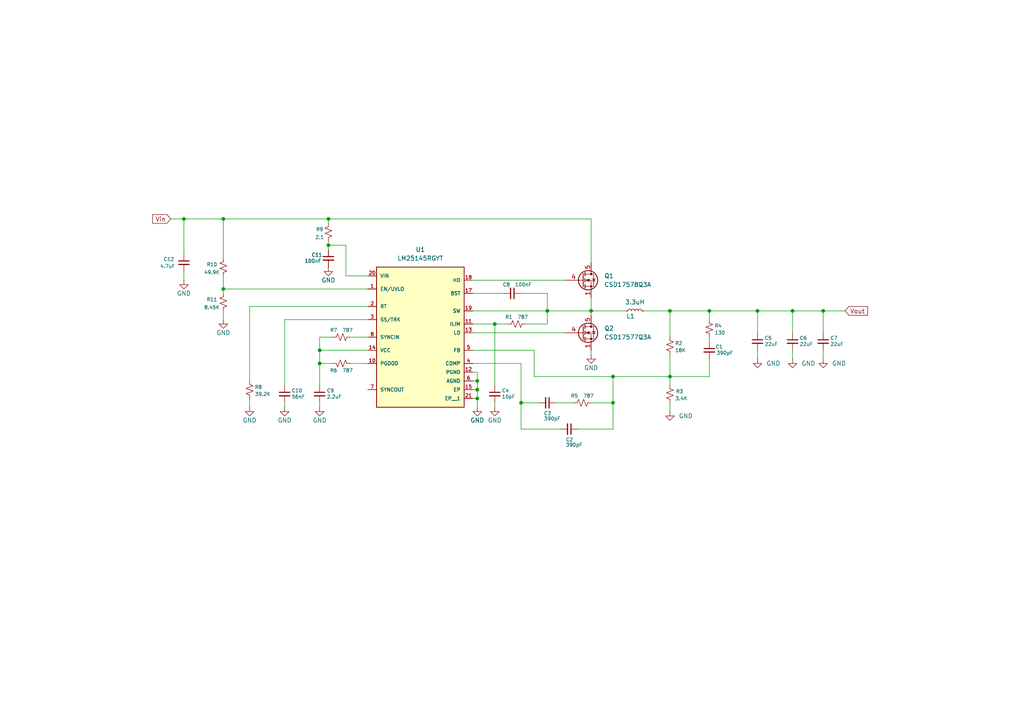
<source format=kicad_sch>
(kicad_sch (version 20250114) (generator "eeschema") (generator_version "9.0")
  (paper "A4")
  (lib_symbols
    (symbol "Device:C_Small" (pin_numbers (hide yes)) (pin_names (offset 0.254) (hide yes))
      (property "Reference" "C" (at 0.254 1.778 0))
      (property "Value" "C_Small" (at 0.254 -2.032 0))
      (symbol "C_Small_0_1"
        (polyline (pts (xy -1.524 0.508) (xy 1.524 0.508)) (stroke (width 0.3048)))
        (polyline (pts (xy -1.524 -0.508) (xy 1.524 -0.508)) (stroke (width 0.3302)))
      )
      (symbol "C_Small_1_1"
        (pin passive line (at 0 2.54 270) (length 2.032) (name "~") (number "1"))
        (pin passive line (at 0 -2.54 90) (length 2.032) (name "~") (number "2"))
      )
    )
    (symbol "Device:L_Small" (pin_numbers (hide yes)) (pin_names (offset 0.254) (hide yes))
      (property "Reference" "L" (at 0.762 1.016 0))
      (property "Value" "L_Small" (at 0.762 -1.016 0))
      (symbol "L_Small_0_1"
        (arc (start 0 2.032) (mid 0.5058 1.524) (end 0 1.016))
        (arc (start 0 1.016) (mid 0.5058 0.508) (end 0 0))
        (arc (start 0 0) (mid 0.5058 -0.508) (end 0 -1.016))
        (arc (start 0 -1.016) (mid 0.5058 -1.524) (end 0 -2.032))
      )
      (symbol "L_Small_1_1"
        (pin passive line (at 0 2.54 270) (length 0.508) (name "~") (number "1"))
        (pin passive line (at 0 -2.54 90) (length 0.508) (name "~") (number "2"))
      )
    )
    (symbol "Device:R_Small_US" (pin_numbers (hide yes)) (pin_names (offset 0.254) (hide yes))
      (property "Reference" "R" (at 0.762 0.508 0))
      (property "Value" "R_Small_US" (at 0.762 -1.016 0))
      (symbol "R_Small_US_1_1"
        (polyline (pts (xy 0 1.524) (xy 1.016 1.143) (xy 0 0.762) (xy -1.016 0.381) (xy 0 0)))
        (polyline (pts (xy 0 0) (xy 1.016 -0.381) (xy 0 -0.762) (xy -1.016 -1.143) (xy 0 -1.524)))
        (pin passive line (at 0 2.54 270) (length 1.016) (name "~") (number "1"))
        (pin passive line (at 0 -2.54 90) (length 1.016) (name "~") (number "2"))
      )
    )
    (symbol "MySymbols:LM25145RGYT" (pin_names (offset 1.016))
      (property "Reference" "U" (at -12.7148 18.3093 0))
      (property "Value" "LM25145RGYT" (at -5.842 15.24 0))
      (symbol "LM25145RGYT_0_0"
        (rectangle (start -12.7 -22.86) (end 12.7 17.78) (stroke (width 0.254)) (fill (type background)))
        (pin power_in line (at -15.24 15.24 0) (length 2.54) (name "VIN") (number "20"))
        (pin input line (at -15.24 11.43 0) (length 2.54) (name "EN/UVLO") (number "1"))
        (pin input line (at -15.24 6.35 0) (length 2.54) (name "RT") (number "2"))
        (pin input line (at -15.24 2.54 0) (length 2.54) (name "SS/TRK") (number "3"))
        (pin input line (at -15.24 -2.54 0) (length 2.54) (name "SYNCIN") (number "8"))
        (pin power_in line (at -15.24 -6.35 0) (length 2.54) (name "VCC") (number "14"))
        (pin output line (at -15.24 -10.16 0) (length 2.54) (name "PGOOD") (number "10"))
        (pin output line (at -15.24 -17.78 0) (length 2.54) (name "SYNCOUT") (number "7"))
        (pin power_in line (at 15.24 13.97 180) (length 2.54) (name "HO") (number "18"))
        (pin output line (at 15.24 10.16 180) (length 2.54) (name "BST") (number "17"))
        (pin power_in line (at 15.24 5.08 180) (length 2.54) (name "SW") (number "19"))
        (pin input line (at 15.24 1.27 180) (length 2.54) (name "ILIM") (number "11"))
        (pin power_in line (at 15.24 -1.27 180) (length 2.54) (name "LO") (number "13"))
        (pin input line (at 15.24 -6.35 180) (length 2.54) (name "FB") (number "5"))
        (pin output line (at 15.24 -10.16 180) (length 2.54) (name "COMP") (number "4"))
        (pin power_in line (at 15.24 -12.7 180) (length 2.54) (name "PGND") (number "12"))
        (pin power_in line (at 15.24 -15.24 180) (length 2.54) (name "AGND") (number "6"))
        (pin power_in line (at 15.24 -17.78 180) (length 2.54) (name "EP") (number "15"))
        (pin power_in line (at 15.24 -20.32 180) (length 2.54) (name "EP__1") (number "21"))
      )
    )
    (symbol "MySymbols:Q_NMOS_SSSGD_AvalancheRated" (pin_names (offset 0) (hide yes))
      (property "Reference" "Q" (at 5.08 1.905 0))
      (property "Value" "Q_NMOS_SSSGD_AvalancheRated" (at 5.08 0 0))
      (symbol "Q_NMOS_SSSGD_AvalancheRated_0_1"
        (polyline (pts (xy 0.254 1.905) (xy 0.254 -1.905)) (stroke (width 0.254)))
        (polyline (pts (xy 0.254 0) (xy -2.54 0)))
        (polyline (pts (xy 0.762 2.286) (xy 0.762 1.27)) (stroke (width 0.254)))
        (polyline (pts (xy 0.762 0.508) (xy 0.762 -0.508)) (stroke (width 0.254)))
        (polyline (pts (xy 0.762 -1.27) (xy 0.762 -2.286)) (stroke (width 0.254)))
        (polyline (pts (xy 0.762 -1.778) (xy 3.302 -1.778) (xy 3.302 1.778) (xy 0.762 1.778)))
        (polyline (pts (xy 1.016 0) (xy 2.032 0.381) (xy 2.032 -0.381) (xy 1.016 0)) (fill (type outline)))
        (circle (center 1.651 0) (radius 2.794) (stroke (width 0.254)))
        (polyline (pts (xy 2.54 2.54) (xy 2.54 1.778)))
        (circle (center 2.54 1.778) (radius 0.254) (fill (type outline)))
        (circle (center 2.54 -1.778) (radius 0.254) (fill (type outline)))
        (polyline (pts (xy 2.54 -2.54) (xy 2.54 0) (xy 0.762 0)))
        (polyline (pts (xy 2.794 0.508) (xy 2.921 0.381) (xy 3.683 0.381) (xy 3.81 0.254)))
        (polyline (pts (xy 3.302 0.381) (xy 2.921 -0.254) (xy 3.683 -0.254) (xy 3.302 0.381)))
      )
      (symbol "Q_NMOS_SSSGD_AvalancheRated_1_1"
        (pin input line (at -5.08 0 0) (length 5.08) (name "G") (number "4"))
        (pin passive line (at 2.54 5.08 270) (length 2.54) (name "D") (number "5"))
        (pin passive line (at 2.54 -5.08 90) (length 2.54) (name "S") (number "1"))
      )
    )
    (symbol "power:GND" (power) (pin_numbers (hide yes)) (pin_names (offset 0) (hide yes))
      (property "Value" "GND" (at 0 -3.81 0))
      (symbol "GND_0_1"
        (polyline (pts (xy 0 0) (xy 0 -1.27) (xy 1.27 -1.27) (xy 0 -2.54) (xy -1.27 -1.27) (xy 0 -1.27)))
      )
      (symbol "GND_1_1"
        (pin power_in line (at 0 0 270) (length 0) (name "~") (number "1"))
      )
    )
  )
  (junction (at 64.77 83.82))
  (junction (at 138.43 113.03))
  (junction (at 92.71 101.6))
  (junction (at 138.43 110.49))
  (junction (at 53.34 63.5))
  (junction (at 64.77 63.5))
  (junction (at 205.74 90.17))
  (junction (at 143.51 93.98))
  (junction (at 171.45 90.17))
  (junction (at 95.25 71.12))
  (junction (at 177.8 116.84))
  (junction (at 229.87 90.17))
  (junction (at 151.13 116.84))
  (junction (at 158.75 90.17))
  (junction (at 138.43 115.57))
  (junction (at 238.76 90.17))
  (junction (at 194.31 109.22))
  (junction (at 95.25 63.5))
  (junction (at 177.8 109.22))
  (junction (at 194.31 90.17))
  (junction (at 219.71 90.17))
  (junction (at 92.71 105.41))
  (wire (pts (xy 82.55 111.76) (xy 82.55 92.71)))
  (wire (pts (xy 95.25 71.12) (xy 95.25 72.39)))
  (wire (pts (xy 100.33 80.01) (xy 106.68 80.01)))
  (wire (pts (xy 137.16 110.49) (xy 138.43 110.49)))
  (wire (pts (xy 194.31 102.87) (xy 194.31 109.22)))
  (wire (pts (xy 158.75 90.17) (xy 171.45 90.17)))
  (wire (pts (xy 177.8 109.22) (xy 194.31 109.22)))
  (wire (pts (xy 101.6 97.79) (xy 106.68 97.79)))
  (wire (pts (xy 72.39 88.9) (xy 106.68 88.9)))
  (wire (pts (xy 151.13 116.84) (xy 151.13 124.46)))
  (wire (pts (xy 101.6 105.41) (xy 106.68 105.41)))
  (wire (pts (xy 53.34 81.28) (xy 53.34 78.74)))
  (wire (pts (xy 137.16 115.57) (xy 138.43 115.57)))
  (wire (pts (xy 171.45 101.6) (xy 171.45 102.87)))
  (wire (pts (xy 194.31 116.84) (xy 194.31 119.38)))
  (wire (pts (xy 151.13 85.09) (xy 158.75 85.09)))
  (wire (pts (xy 154.94 109.22) (xy 177.8 109.22)))
  (wire (pts (xy 229.87 90.17) (xy 238.76 90.17)))
  (wire (pts (xy 92.71 97.79) (xy 92.71 101.6)))
  (wire (pts (xy 137.16 113.03) (xy 138.43 113.03)))
  (wire (pts (xy 171.45 90.17) (xy 181.61 90.17)))
  (wire (pts (xy 64.77 63.5) (xy 95.25 63.5)))
  (wire (pts (xy 137.16 101.6) (xy 154.94 101.6)))
  (wire (pts (xy 100.33 71.12) (xy 100.33 80.01)))
  (wire (pts (xy 95.25 71.12) (xy 100.33 71.12)))
  (wire (pts (xy 92.71 105.41) (xy 92.71 111.76)))
  (wire (pts (xy 95.25 69.85) (xy 95.25 71.12)))
  (wire (pts (xy 194.31 90.17) (xy 186.69 90.17)))
  (wire (pts (xy 143.51 93.98) (xy 147.32 93.98)))
  (wire (pts (xy 138.43 107.95) (xy 138.43 110.49)))
  (wire (pts (xy 158.75 90.17) (xy 158.75 93.98)))
  (wire (pts (xy 238.76 90.17) (xy 238.76 96.52)))
  (wire (pts (xy 158.75 85.09) (xy 158.75 90.17)))
  (wire (pts (xy 171.45 116.84) (xy 177.8 116.84)))
  (wire (pts (xy 171.45 86.36) (xy 171.45 90.17)))
  (wire (pts (xy 137.16 107.95) (xy 138.43 107.95)))
  (wire (pts (xy 152.4 93.98) (xy 158.75 93.98)))
  (wire (pts (xy 137.16 90.17) (xy 158.75 90.17)))
  (wire (pts (xy 162.56 124.46) (xy 151.13 124.46)))
  (wire (pts (xy 92.71 116.84) (xy 92.71 118.11)))
  (wire (pts (xy 194.31 90.17) (xy 205.74 90.17)))
  (wire (pts (xy 161.29 116.84) (xy 166.37 116.84)))
  (wire (pts (xy 95.25 64.77) (xy 95.25 63.5)))
  (wire (pts (xy 238.76 101.6) (xy 238.76 104.14)))
  (wire (pts (xy 137.16 96.52) (xy 163.83 96.52)))
  (wire (pts (xy 92.71 105.41) (xy 96.52 105.41)))
  (wire (pts (xy 95.25 63.5) (xy 171.45 63.5)))
  (wire (pts (xy 49.53 63.5) (xy 53.34 63.5)))
  (wire (pts (xy 205.74 104.14) (xy 205.74 109.22)))
  (wire (pts (xy 229.87 90.17) (xy 229.87 96.52)))
  (wire (pts (xy 137.16 85.09) (xy 146.05 85.09)))
  (wire (pts (xy 143.51 93.98) (xy 143.51 111.76)))
  (wire (pts (xy 205.74 90.17) (xy 205.74 92.71)))
  (wire (pts (xy 82.55 116.84) (xy 82.55 118.11)))
  (wire (pts (xy 171.45 63.5) (xy 171.45 76.2)))
  (wire (pts (xy 219.71 96.52) (xy 219.71 90.17)))
  (wire (pts (xy 72.39 118.11) (xy 72.39 115.57)))
  (wire (pts (xy 64.77 83.82) (xy 64.77 85.09)))
  (wire (pts (xy 219.71 90.17) (xy 205.74 90.17)))
  (wire (pts (xy 194.31 109.22) (xy 194.31 111.76)))
  (wire (pts (xy 96.52 97.79) (xy 92.71 97.79)))
  (wire (pts (xy 53.34 73.66) (xy 53.34 63.5)))
  (wire (pts (xy 137.16 93.98) (xy 143.51 93.98)))
  (wire (pts (xy 219.71 90.17) (xy 229.87 90.17)))
  (wire (pts (xy 137.16 105.41) (xy 151.13 105.41)))
  (wire (pts (xy 229.87 101.6) (xy 229.87 104.14)))
  (wire (pts (xy 151.13 105.41) (xy 151.13 116.84)))
  (wire (pts (xy 138.43 113.03) (xy 138.43 115.57)))
  (wire (pts (xy 82.55 92.71) (xy 106.68 92.71)))
  (wire (pts (xy 219.71 101.6) (xy 219.71 104.14)))
  (wire (pts (xy 177.8 109.22) (xy 177.8 116.84)))
  (wire (pts (xy 205.74 109.22) (xy 194.31 109.22)))
  (wire (pts (xy 154.94 101.6) (xy 154.94 109.22)))
  (wire (pts (xy 106.68 101.6) (xy 92.71 101.6)))
  (wire (pts (xy 151.13 116.84) (xy 156.21 116.84)))
  (wire (pts (xy 64.77 80.01) (xy 64.77 83.82)))
  (wire (pts (xy 137.16 81.28) (xy 163.83 81.28)))
  (wire (pts (xy 194.31 97.79) (xy 194.31 90.17)))
  (wire (pts (xy 64.77 83.82) (xy 106.68 83.82)))
  (wire (pts (xy 92.71 101.6) (xy 92.71 105.41)))
  (wire (pts (xy 205.74 97.79) (xy 205.74 99.06)))
  (wire (pts (xy 167.64 124.46) (xy 177.8 124.46)))
  (wire (pts (xy 171.45 90.17) (xy 171.45 91.44)))
  (wire (pts (xy 64.77 92.71) (xy 64.77 90.17)))
  (wire (pts (xy 138.43 115.57) (xy 138.43 118.11)))
  (wire (pts (xy 53.34 63.5) (xy 64.77 63.5)))
  (wire (pts (xy 238.76 90.17) (xy 245.11 90.17)))
  (wire (pts (xy 143.51 116.84) (xy 143.51 118.11)))
  (wire (pts (xy 72.39 110.49) (xy 72.39 88.9)))
  (wire (pts (xy 64.77 63.5) (xy 64.77 74.93)))
  (wire (pts (xy 177.8 124.46) (xy 177.8 116.84)))
  (wire (pts (xy 138.43 110.49) (xy 138.43 113.03)))
  (global_label "Vout" (shape input) (at 245.11 90.17 0) (property "Intersheetrefs" "${INTERSHEET_REFS}" (effects (hide yes))))
  (global_label "Vin" (shape input) (at 49.53 63.5 180) (property "Intersheetrefs" "${INTERSHEET_REFS}" (effects (hide yes))))
  (symbol (lib_id "Device:R_Small_US") (at 72.39 113.03 180) (unit 1)
    (property "Reference" "R8" (at 74.93 112.268 0) (effects (font (size 1.016 1.016))))
    (property "Value" "39.2K" (at 76.2 114.3 0) (effects (font (size 1.016 1.016))))
    (property "Footprint" "Resistor_SMD:R_0402_1005Metric" (effects (hide yes)))
    (property "Datasheet" "https://www.vishay.com/docs/20035/dcrcwe3.pdf" (effects (hide yes)))
    (property "Description" "39.2 kOhms ±1% 0.1W, 1/10W Chip Resistor 0402 (1005 Metric) Automotive AEC-Q200 Thick Film" (effects (hide yes)))
    (property "Supplier" "Digi-Key" (effects (hide yes)))
    (property "Supplier Part No" "541-39.2KLCT-ND" (effects (hide yes)))
    (property "Supplier Link" "https://www.digikey.com/en/products/detail/vishay-dale/CRCW040239K2FKED/1178188" (effects (hide yes)))
    (property "Manufacturer Part No" "CRCW040239K2FKED" (effects (hide yes)))
    (property "Manufacturer" "Vishay Dale" (effects (hide yes)))
    (property "Notes" "Suggested Footprint: 0402 (1005 Metric)" (effects (hide yes)))
  )
  (symbol (lib_id "power:GND") (at 82.55 118.11 0) (unit 1)
    (property "Reference" "#PWR09" (effects (hide yes)))
    (property "Value" "GND" (at 82.55 121.92 0))
    (property "Description" "Power symbol creates a global label with name \"GND\" , ground" (effects (hide yes)))
  )
  (symbol (lib_id "power:GND") (at 53.34 81.28 0) (unit 1)
    (property "Reference" "#PWR013" (effects (hide yes)))
    (property "Value" "GND" (at 53.34 85.09 0))
    (property "Description" "Power symbol creates a global label with name \"GND\" , ground" (effects (hide yes)))
  )
  (symbol (lib_id "power:GND") (at 64.77 92.71 0) (unit 1)
    (property "Reference" "#PWR012" (effects (hide yes)))
    (property "Value" "GND" (at 64.77 96.52 0))
    (property "Description" "Power symbol creates a global label with name \"GND\" , ground" (effects (hide yes)))
  )
  (symbol (lib_id "power:GND") (at 229.87 104.14 0) (unit 1)
    (property "Reference" "#PWR06" (effects (hide yes)))
    (property "Value" "GND" (at 232.41 105.4099 0) (effects (justify left)))
    (property "Description" "Power symbol creates a global label with name \"GND\" , ground" (effects (hide yes)))
  )
  (symbol (lib_id "power:GND") (at 238.76 104.14 0) (unit 1)
    (property "Reference" "#PWR07" (effects (hide yes)))
    (property "Value" "GND" (at 241.3 105.4099 0) (effects (justify left)))
    (property "Description" "Power symbol creates a global label with name \"GND\" , ground" (effects (hide yes)))
  )
  (symbol (lib_id "power:GND") (at 194.31 119.38 0) (unit 1)
    (property "Reference" "#PWR03" (effects (hide yes)))
    (property "Value" "GND" (at 196.85 120.6499 0) (effects (justify left)))
    (property "Description" "Power symbol creates a global label with name \"GND\" , ground" (effects (hide yes)))
  )
  (symbol (lib_id "Device:R_Small_US") (at 64.77 87.63 0) (mirror x) (unit 1)
    (property "Reference" "R11" (at 61.468 86.868 0) (effects (font (size 1.016 1.016))))
    (property "Value" "8.45K" (at 61.468 89.154 0) (effects (font (size 1.016 1.016))))
    (property "Footprint" "Resistor_SMD:R_0603_1608Metric" (effects (hide yes)))
    (property "Datasheet" "https://www.yageogroup.com/content/datasheet/asset/file/PYU-RC_GROUP_51_ROHS_L" (effects (hide yes)))
    (property "Description" "8.45 kOhms ±1% 0.1W, 1/10W Chip Resistor 0603 (1608 Metric) Moisture Resistant Thick Film" (effects (hide yes)))
    (property "Supplier" "Digi-Key" (effects (hide yes)))
    (property "Supplier Part No" "311-8.45KHRCT-ND" (effects (hide yes)))
    (property "Supplier Link" "https://www.digikey.com/en/products/detail/yageo/RC0603FR-078K45L/727392" (effects (hide yes)))
    (property "Manufacturer Part No" "RC0603FR-078K45L" (effects (hide yes)))
    (property "Manufacturer" "YAGEO" (effects (hide yes)))
    (property "Notes" "Suggested Footprint: 0603 (1608 Metric)" (effects (hide yes)))
  )
  (symbol (lib_id "power:GND") (at 143.51 118.11 0) (unit 1)
    (property "Reference" "#PWR04" (effects (hide yes)))
    (property "Value" "GND" (at 143.51 121.92 0))
    (property "Description" "Power symbol creates a global label with name \"GND\" , ground" (effects (hide yes)))
  )
  (symbol (lib_id "Device:C_Small") (at 229.87 99.06 0) (unit 1)
    (property "Reference" "C6" (at 231.902 98.044 0) (effects (font (size 1.016 1.016)) (justify left)))
    (property "Value" "22uF" (at 231.902 99.822 0) (effects (font (size 1.016 1.016)) (justify left)))
    (property "Footprint" "Capacitor_SMD:C_1210_3225Metric" (effects (hide yes)))
    (property "Description" "Unpolarized capacitor, small symbol" (effects (hide yes)))
    (property "Supplier" "Digi-Key" (effects (hide yes)))
    (property "Supplier Part No" "587-MCASL32MSB5226MPNA01CT-ND" (effects (hide yes)))
    (property "Supplier Link" "https://www.digikey.com/en/products/detail/taiyo-yuden/MCASL32MSB5226MPNA01/16664153" (effects (hide yes)))
    (property "Manufacturer Part No" "MCASL32MSB5226MPNA01" (effects (hide yes)))
    (property "Manufacturer" "Taiyo Yuden" (effects (hide yes)))
    (property "Notes" "Suggested Footprint: 1210 (3225 Metric)" (effects (hide yes)))
  )
  (symbol (lib_id "Device:C_Small") (at 53.34 76.2 0) (mirror y) (unit 1)
    (property "Reference" "C12" (at 50.546 75.184 0) (effects (font (size 1.016 1.016)) (justify left)))
    (property "Value" "4.7uF" (at 50.8 77.216 0) (effects (font (size 1.016 1.016)) (justify left)))
    (property "Footprint" "Capacitor_SMD:C_1210_3225Metric" (effects (hide yes)))
    (property "Description" "Unpolarized capacitor, small symbol" (effects (hide yes)))
    (property "Supplier" "Digi-Key" (effects (hide yes)))
    (property "Supplier Part No" "587-MSASU32MSB7475MPNA01CT-ND" (effects (hide yes)))
    (property "Supplier Link" "https://www.digikey.com/en/products/detail/taiyo-yuden/MSASU32MSB7475MPNA01/16659993" (effects (hide yes)))
    (property "Manufacturer Part No" "MSASU32MSB7475MPNA01" (effects (hide yes)))
    (property "Manufacturer" "Taiyo Yuden" (effects (hide yes)))
    (property "Notes" "Suggested Footprint: 1210 (3225 Metric)" (effects (hide yes)))
    (property "BOB_Field" "BOB" (effects (hide yes)))
  )
  (symbol (lib_id "Device:R_Small_US") (at 194.31 100.33 180) (unit 1)
    (property "Reference" "R2" (at 196.85 99.568 0) (effects (font (size 1.016 1.016))))
    (property "Value" "18K" (at 197.358 101.6 0) (effects (font (size 1.016 1.016))))
    (property "Footprint" "Resistor_SMD:R_0603_1608Metric" (effects (hide yes)))
    (property "Datasheet" "https://www.yageogroup.com/content/datasheet/asset/file/PYU-RC_GROUP_51_ROHS_L" (effects (hide yes)))
    (property "Description" "18 kOhms ±1% 0.1W, 1/10W Chip Resistor 0603 (1608 Metric) Moisture Resistant Thick Film" (effects (hide yes)))
    (property "Supplier" "Digi-Key" (effects (hide yes)))
    (property "Supplier Part No" "311-18.0KHRCT-ND" (effects (hide yes)))
    (property "Supplier Link" "https://www.digikey.com/en/products/detail/yageo/RC0603FR-0718KL/726989" (effects (hide yes)))
    (property "Manufacturer Part No" "RC0603FR-0718KL" (effects (hide yes)))
    (property "Manufacturer" "YAGEO" (effects (hide yes)))
    (property "Notes" "Suggested Footprint: 0603 (1608 Metric)" (effects (hide yes)))
  )
  (symbol (lib_id "power:GND") (at 72.39 118.11 0) (unit 1)
    (property "Reference" "#PWR010" (effects (hide yes)))
    (property "Value" "GND" (at 72.39 121.92 0))
    (property "Description" "Power symbol creates a global label with name \"GND\" , ground" (effects (hide yes)))
  )
  (symbol (lib_id "Device:C_Small") (at 238.76 99.06 0) (unit 1)
    (property "Reference" "C7" (at 240.792 98.044 0) (effects (font (size 1.016 1.016)) (justify left)))
    (property "Value" "22uF" (at 240.792 99.822 0) (effects (font (size 1.016 1.016)) (justify left)))
    (property "Footprint" "Capacitor_SMD:C_1210_3225Metric" (effects (hide yes)))
    (property "Description" "Unpolarized capacitor, small symbol" (effects (hide yes)))
    (property "Supplier" "Digi-Key" (effects (hide yes)))
    (property "Supplier Part No" "587-MCASL32MSB5226MPNA01CT-ND" (effects (hide yes)))
    (property "Supplier Link" "https://www.digikey.com/en/products/detail/taiyo-yuden/MCASL32MSB5226MPNA01/16664153" (effects (hide yes)))
    (property "Manufacturer Part No" "MCASL32MSB5226MPNA01" (effects (hide yes)))
    (property "Manufacturer" "Taiyo Yuden" (effects (hide yes)))
    (property "Notes" "Suggested Footprint: 1210 (3225 Metric)" (effects (hide yes)))
  )
  (symbol (lib_id "Device:C_Small") (at 95.25 74.93 0) (mirror y) (unit 1)
    (property "Reference" "C11" (at 93.472 73.914 0) (effects (font (size 1.016 1.016)) (justify left)))
    (property "Value" "100nF" (at 93.218 75.692 0) (effects (font (size 1.016 1.016)) (justify left)))
    (property "Footprint" "Capacitor_SMD:C_0603_1608Metric" (effects (hide yes)))
    (property "Description" "Unpolarized capacitor, small symbol" (effects (hide yes)))
    (property "Supplier" "Digi-Key" (effects (hide yes)))
    (property "Supplier Part No" "445-5666-1-ND" (effects (hide yes)))
    (property "Supplier Link" "https://www.digikey.com/en/products/detail/tdk-corporation/CGA3E2X7R1H104K080AA/2443144" (effects (hide yes)))
    (property "Manufacturer Part No" "CGA3E2X7R1H104K080AA" (effects (hide yes)))
    (property "Manufacturer" "TDK Corporation" (effects (hide yes)))
    (property "Notes" "Suggested Footprint: 0603 (1608 Metric)" (effects (hide yes)))
  )
  (symbol (lib_id "Device:C_Small") (at 165.1 124.46 270) (unit 1)
    (property "Reference" "C2" (at 164.084 127.508 90) (effects (font (size 1.016 1.016)) (justify left)))
    (property "Value" "390pF" (at 164.084 129.032 90) (effects (font (size 1.016 1.016)) (justify left)))
    (property "Footprint" "Capacitor_SMD:C_0402_1005Metric" (effects (hide yes)))
    (property "Description" "Unpolarized capacitor, small symbol" (effects (hide yes)))
    (property "Supplier" "Digi-Key" (effects (hide yes)))
    (property "Supplier Part No" "490-6325-1-ND" (effects (hide yes)))
    (property "Supplier Link" "https://www.digikey.com/en/products/detail/murata-electronics/GRM155R71C102KA01D/2610889" (effects (hide yes)))
    (property "Manufacturer Part No" "GRM155R71C102KA01D" (effects (hide yes)))
    (property "Manufacturer" "Murata Electronics" (effects (hide yes)))
    (property "Notes" "Suggested Footprint: 0402 (1005 Metric)" (effects (hide yes)))
  )
  (symbol (lib_id "MySymbols:Q_NMOS_SSSGD_AvalancheRated") (at 168.91 81.28 0) (unit 1)
    (property "Reference" "Q1" (at 175.26 80.0099 0) (effects (justify left)))
    (property "Value" "CSD17578Q3A" (at 175.26 82.5499 0) (effects (justify left)))
    (property "Footprint" "MyLib:8-PowerVDFN" (effects (hide yes)))
    (property "Datasheet" "https://www.ti.com/general/docs/suppproductinfo.tsp?distId=10&gotoUrl=https%3A%2F%2Fwww.ti.com%2Flit%2Fgpn%2Fcsd17578q3a" (effects (hide yes)))
    (property "Description" "N-Channel 30 V 20A (Ta) 3.2W (Ta), 37W (Tc) Surface Mount 8-VSONP (3x3.3)" (effects (hide yes)))
    (property "Supplier" "Digi-Key" (effects (hide yes)))
    (property "Supplier Part No" "296-39997-1-ND" (effects (hide yes)))
    (property "Supplier Link" "https://www.digikey.com/en/products/detail/texas-instruments/CSD17578Q3A/5015743" (effects (hide yes)))
    (property "Manufacturer Part No" "CSD17578Q3A" (effects (hide yes)))
    (property "Manufacturer" "Texas Instruments" (effects (hide yes)))
    (property "Notes" "Suggested Footprint: 8-PowerVDFN" (effects (hide yes)))
  )
  (symbol (lib_id "power:GND") (at 171.45 102.87 0) (unit 1)
    (property "Reference" "#PWR02" (effects (hide yes)))
    (property "Value" "GND" (at 171.45 106.68 0))
    (property "Description" "Power symbol creates a global label with name \"GND\" , ground" (effects (hide yes)))
  )
  (symbol (lib_id "power:GND") (at 92.71 118.11 0) (unit 1)
    (property "Reference" "#PWR08" (effects (hide yes)))
    (property "Value" "GND" (at 92.71 121.92 0))
    (property "Description" "Power symbol creates a global label with name \"GND\" , ground" (effects (hide yes)))
  )
  (symbol (lib_id "power:GND") (at 138.43 118.11 0) (unit 1)
    (property "Reference" "#PWR01" (effects (hide yes)))
    (property "Value" "GND" (at 138.43 121.92 0))
    (property "Description" "Power symbol creates a global label with name \"GND\" , ground" (effects (hide yes)))
  )
  (symbol (lib_id "Device:R_Small_US") (at 168.91 116.84 90) (unit 1)
    (property "Reference" "R5" (at 166.624 114.808 90) (effects (font (size 1.016 1.016))))
    (property "Value" "787" (at 170.688 114.808 90) (effects (font (size 1.016 1.016))))
    (property "Footprint" "Resistor_SMD:R_0402_1005Metric" (effects (hide yes)))
    (property "Datasheet" "https://www.vishay.com/docs/20035/dcrcwe3.pdf" (effects (hide yes)))
    (property "Description" "1.47 kOhms ±1% 0.1W, 1/10W Chip Resistor 0402 (1005 Metric) Automotive AEC-Q200 Thick Film" (effects (hide yes)))
    (property "Supplier" "Digi-Key" (effects (hide yes)))
    (property "Supplier Part No" "541-1.47KLCT-ND" (effects (hide yes)))
    (property "Supplier Link" "https://www.digikey.com/en/products/detail/vishay-dale/CRCW04021K47FKED/1178024" (effects (hide yes)))
    (property "Manufacturer Part No" "CRCW04021K47FKED" (effects (hide yes)))
    (property "Manufacturer" "Vishay Dale" (effects (hide yes)))
    (property "Notes" "Suggested Footprint: 0402 (1005 Metric)" (effects (hide yes)))
  )
  (symbol (lib_id "Device:C_Small") (at 143.51 114.3 0) (unit 1)
    (property "Reference" "C4" (at 145.542 113.284 0) (effects (font (size 1.016 1.016)) (justify left)))
    (property "Value" "10pF" (at 145.542 115.062 0) (effects (font (size 1.016 1.016)) (justify left)))
    (property "Footprint" "Capacitor_SMD:C_0603_1608Metric" (effects (hide yes)))
    (property "Description" "Unpolarized capacitor, small symbol" (effects (hide yes)))
    (property "Supplier" "Digi-Key" (effects (hide yes)))
    (property "Supplier Part No" "490-6388-1-ND" (effects (hide yes)))
    (property "Supplier Link" "https://www.digikey.com/en/products/detail/murata-electronics/GRM1885C2A100JA01D/2611301" (effects (hide yes)))
    (property "Manufacturer Part No" "GRM1885C2A100JA01D" (effects (hide yes)))
    (property "Manufacturer" "Murata Electronics" (effects (hide yes)))
    (property "Notes" "Suggested Footprint: 0603 (1608 Metric)" (effects (hide yes)))
  )
  (symbol (lib_id "Device:C_Small") (at 148.59 85.09 270) (mirror x) (unit 1)
    (property "Reference" "C8" (at 145.796 82.55 90) (effects (font (size 1.016 1.016)) (justify left)))
    (property "Value" "100nF" (at 149.352 82.55 90) (effects (font (size 1.016 1.016)) (justify left)))
    (property "Footprint" "Capacitor_SMD:C_0603_1608Metric" (effects (hide yes)))
    (property "Description" "Unpolarized capacitor, small symbol" (effects (hide yes)))
    (property "Supplier" "Digi-Key" (effects (hide yes)))
    (property "Supplier Part No" "445-5666-1-ND" (effects (hide yes)))
    (property "Supplier Link" "https://www.digikey.com/en/products/detail/tdk-corporation/CGA3E2X7R1H104K080AA/2443144" (effects (hide yes)))
    (property "Manufacturer Part No" "CGA3E2X7R1H104K080AA" (effects (hide yes)))
    (property "Manufacturer" "TDK Corporation" (effects (hide yes)))
    (property "Notes" "Suggested Footprint: 0603 (1608 Metric)" (effects (hide yes)))
  )
  (symbol (lib_id "Device:R_Small_US") (at 149.86 93.98 90) (unit 1)
    (property "Reference" "R1" (at 147.574 91.948 90) (effects (font (size 1.016 1.016))))
    (property "Value" "787" (at 151.638 91.948 90) (effects (font (size 1.016 1.016))))
    (property "Footprint" "Resistor_SMD:R_0402_1005Metric" (effects (hide yes)))
    (property "Datasheet" "https://www.vishay.com/docs/20035/dcrcwe3.pdf" (effects (hide yes)))
    (property "Description" "787 Ohms ±1% 0.1W, 1/10W Chip Resistor 0402 (1005 Metric) Automotive AEC-Q200 Thick Film" (effects (hide yes)))
    (property "Supplier" "Digi-Key" (effects (hide yes)))
    (property "Supplier Part No" "541-787LCT-ND" (effects (hide yes)))
    (property "Supplier Link" "https://www.digikey.com/en/products/detail/vishay-dale/CRCW0402787RFKED/1177995" (effects (hide yes)))
    (property "Manufacturer Part No" "CRCW0402787RFKED" (effects (hide yes)))
    (property "Manufacturer" "Vishay Dale" (effects (hide yes)))
    (property "Notes" "Suggested Footprint: 0402 (1005 Metric)" (effects (hide yes)))
  )
  (symbol (lib_id "Device:R_Small_US") (at 95.25 67.31 0) (mirror x) (unit 1)
    (property "Reference" "R9" (at 92.71 66.548 0) (effects (font (size 1.016 1.016))))
    (property "Value" "2.1" (at 92.71 68.834 0) (effects (font (size 1.016 1.016))))
    (property "Footprint" "Resistor_SMD:R_0603_1608Metric" (effects (hide yes)))
    (property "Datasheet" "https://www.vishay.com/docs/20035/dcrcwe3.pdf" (effects (hide yes)))
    (property "Description" "2.1 Ohms ±1% 0.125W, 1/8W Chip Resistor 0603 (1608 Metric) Automotive AEC-Q200 Thick Film" (effects (hide yes)))
    (property "Supplier" "Digi-Key" (effects (hide yes)))
    (property "Supplier Part No" "541-2.10HHCT-ND" (effects (hide yes)))
    (property "Supplier Link" "https://www.digikey.com/en/products/detail/vishay-dale/CRCW06032R10FKEA/1961571" (effects (hide yes)))
    (property "Manufacturer Part No" "CRCW06032R10FKEA" (effects (hide yes)))
    (property "Manufacturer" "Vishay Dale" (effects (hide yes)))
    (property "Notes" "Suggested Footprint: 0603 (1608 Metric)" (effects (hide yes)))
  )
  (symbol (lib_id "MySymbols:Q_NMOS_SSSGD_AvalancheRated") (at 168.91 96.52 0) (unit 1)
    (property "Reference" "Q2" (at 175.26 95.2499 0) (effects (justify left)))
    (property "Value" "CSD17577Q3A" (at 175.26 97.7899 0) (effects (justify left)))
    (property "Footprint" "MyLib:8-PowerVDFN" (effects (hide yes)))
    (property "Datasheet" "https://www.ti.com/general/docs/suppproductinfo.tsp?distId=10&gotoUrl=https%3A%2F%2Fwww.ti.com%2Flit%2Fgpn%2Fcsd17577q3a" (effects (hide yes)))
    (property "Description" "N-Channel 30 V 35A (Ta) 2.8W (Ta), 53W (Tc) Surface Mount 8-VSONP (3x3.3)" (effects (hide yes)))
    (property "Supplier" "Digi-Key" (effects (hide yes)))
    (property "Supplier Part No" "296-39995-1-ND" (effects (hide yes)))
    (property "Supplier Link" "https://www.digikey.com/en/products/detail/texas-instruments/CSD17577Q3A/4965736" (effects (hide yes)))
    (property "Manufacturer Part No" "CSD17577Q3A" (effects (hide yes)))
    (property "Manufacturer" "Texas Instruments" (effects (hide yes)))
    (property "Notes" "Suggested Footprint: 8-PowerVDFN" (effects (hide yes)))
    (property "Hacker_01" "Larry" (effects (hide yes)))
  )
  (symbol (lib_id "Device:C_Small") (at 205.74 101.6 0) (unit 1)
    (property "Reference" "C1" (at 207.518 100.584 0) (effects (font (size 1.016 1.016)) (justify left)))
    (property "Value" "390pF" (at 207.772 102.362 0) (effects (font (size 1.016 1.016)) (justify left)))
    (property "Footprint" "Capacitor_SMD:C_0402_1005Metric" (effects (hide yes)))
    (property "Description" "Unpolarized capacitor, small symbol" (effects (hide yes)))
    (property "Supplier" "Digi-Key" (effects (hide yes)))
    (property "Supplier Part No" "490-3249-1-ND" (effects (hide yes)))
    (property "Supplier Link" "https://www.digikey.com/en/products/detail/murata-electronics/GRM155R71H391KA01D/702514" (effects (hide yes)))
    (property "Manufacturer Part No" "GRM155R71H391KA01D" (effects (hide yes)))
    (property "Manufacturer" "Murata Electronics" (effects (hide yes)))
    (property "Notes" "Suggested Footprint: 0402 (1005 Metric)" (effects (hide yes)))
  )
  (symbol (lib_id "Device:L_Small") (at 184.15 90.17 90) (unit 1)
    (property "Reference" "L1" (at 182.88 91.694 90))
    (property "Value" "3.3uH" (at 184.15 87.63 90))
    (property "Footprint" "MyLib:IND_XAL7070_COC-M" (effects (hide yes)))
    (property "Datasheet" "https://www.coilcraft.com/en-us/files/datasheet/xal7070" (effects (hide yes)))
    (property "Description" "3.3 µH Shielded Molded Inductor 15.1 A 9.42mOhm Max Nonstandard" (effects (hide yes)))
    (property "Supplier" "Digi-Key" (effects (hide yes)))
    (property "Supplier Part No" "None" (effects (hide yes)))
    (property "Supplier Link" "https://www.digikey.com/en/products/detail/coilcraft/XAL7070-332MEC/15794209" (effects (hide yes)))
    (property "Manufacturer Part No" "XAL7070-332MEC" (effects (hide yes)))
    (property "Manufacturer" "Coilcraft" (effects (hide yes)))
    (property "Notes" "Suggested Footprint: Nonstandard" (effects (hide yes)))
  )
  (symbol (lib_id "power:GND") (at 219.71 104.14 0) (unit 1)
    (property "Reference" "#PWR05" (effects (hide yes)))
    (property "Value" "GND" (at 222.25 105.4099 0) (effects (justify left)))
    (property "Description" "Power symbol creates a global label with name \"GND\" , ground" (effects (hide yes)))
  )
  (symbol (lib_id "Device:C_Small") (at 158.75 116.84 270) (unit 1)
    (property "Reference" "C3" (at 157.734 119.888 90) (effects (font (size 1.016 1.016)) (justify left)))
    (property "Value" "390pF" (at 157.734 121.412 90) (effects (font (size 1.016 1.016)) (justify left)))
    (property "Footprint" "Capacitor_SMD:C_0402_1005Metric" (effects (hide yes)))
    (property "Description" "Unpolarized capacitor, small symbol" (effects (hide yes)))
    (property "Supplier" "Digi-Key" (effects (hide yes)))
    (property "Supplier Part No" "490-6338-1-ND" (effects (hide yes)))
    (property "Supplier Link" "https://www.digikey.com/en/products/detail/murata-electronics/GRM155R71C822KA01D/2610904" (effects (hide yes)))
    (property "Manufacturer Part No" "GRM155R71C822KA01D" (effects (hide yes)))
    (property "Manufacturer" "Murata Electronics" (effects (hide yes)))
    (property "Notes" "Suggested Footprint: 0402 (1005 Metric)" (effects (hide yes)))
  )
  (symbol (lib_id "Device:C_Small") (at 92.71 114.3 0) (unit 1)
    (property "Reference" "C9" (at 94.742 113.284 0) (effects (font (size 1.016 1.016)) (justify left)))
    (property "Value" "2.2uF" (at 94.742 115.062 0) (effects (font (size 1.016 1.016)) (justify left)))
    (property "Footprint" "Capacitor_SMD:C_1206_3216Metric" (effects (hide yes)))
    (property "Description" "Unpolarized capacitor, small symbol" (effects (hide yes)))
    (property "Supplier" "Digi-Key" (effects (hide yes)))
    (property "Supplier Part No" "445-5704-1-ND" (effects (hide yes)))
    (property "Supplier Link" "https://www.digikey.com/en/products/detail/tdk-corporation/CGA5L2X7R1E225K160AA/2443182" (effects (hide yes)))
    (property "Manufacturer Part No" "CGA5L2X7R1E225K160AA" (effects (hide yes)))
    (property "Manufacturer" "TDK Corporation" (effects (hide yes)))
    (property "Notes" "Suggested Footprint: 1206 (3216 Metric)" (effects (hide yes)))
  )
  (symbol (lib_id "Device:C_Small") (at 219.71 99.06 0) (unit 1)
    (property "Reference" "C5" (at 221.742 98.044 0) (effects (font (size 1.016 1.016)) (justify left)))
    (property "Value" "22uF" (at 221.742 99.822 0) (effects (font (size 1.016 1.016)) (justify left)))
    (property "Footprint" "Capacitor_SMD:C_1210_3225Metric" (effects (hide yes)))
    (property "Description" "Unpolarized capacitor, small symbol" (effects (hide yes)))
    (property "Supplier" "Digi-Key" (effects (hide yes)))
    (property "Supplier Part No" "587-MCASL32MSB5226MPNA01CT-ND" (effects (hide yes)))
    (property "Supplier Link" "https://www.digikey.com/en/products/detail/taiyo-yuden/MCASL32MSB5226MPNA01/16664153" (effects (hide yes)))
    (property "Manufacturer Part No" "MCASL32MSB5226MPNA01" (effects (hide yes)))
    (property "Manufacturer" "Taiyo Yuden" (effects (hide yes)))
    (property "Notes" "Suggested Footprint: 1210 (3225 Metric)" (effects (hide yes)))
  )
  (symbol (lib_id "Device:R_Small_US") (at 99.06 97.79 90) (unit 1)
    (property "Reference" "R7" (at 96.774 95.758 90) (effects (font (size 1.016 1.016))))
    (property "Value" "787" (at 100.838 95.758 90) (effects (font (size 1.016 1.016))))
    (property "Footprint" "Resistor_SMD:R_0603_1608Metric" (effects (hide yes)))
    (property "Datasheet" "https://www.yageogroup.com/content/datasheet/asset/file/PYU-RC_GROUP_51_ROHS_L" (effects (hide yes)))
    (property "Description" "20 kOhms ±1% 0.1W, 1/10W Chip Resistor 0603 (1608 Metric) Moisture Resistant Thick Film" (effects (hide yes)))
    (property "Supplier" "Digi-Key" (effects (hide yes)))
    (property "Supplier Part No" "311-20.0KHRCT-ND" (effects (hide yes)))
    (property "Supplier Link" "https://www.digikey.com/en/products/detail/yageo/RC0603FR-0720KL/727040" (effects (hide yes)))
    (property "Manufacturer Part No" "RC0603FR-0720KL" (effects (hide yes)))
    (property "Manufacturer" "YAGEO" (effects (hide yes)))
    (property "Notes" "Suggested Footprint: 0603 (1608 Metric)" (effects (hide yes)))
  )
  (symbol (lib_id "Device:R_Small_US") (at 99.06 105.41 90) (mirror x) (unit 1)
    (property "Reference" "R6" (at 96.774 107.442 90) (effects (font (size 1.016 1.016))))
    (property "Value" "787" (at 100.838 107.442 90) (effects (font (size 1.016 1.016))))
    (property "Footprint" "Resistor_SMD:R_0603_1608Metric" (effects (hide yes)))
    (property "Datasheet" "https://www.yageogroup.com/content/datasheet/asset/file/PYU-RC_GROUP_51_ROHS_L" (effects (hide yes)))
    (property "Description" "20 kOhms ±1% 0.1W, 1/10W Chip Resistor 0603 (1608 Metric) Moisture Resistant Thick Film" (effects (hide yes)))
    (property "Supplier" "Digi-Key" (effects (hide yes)))
    (property "Supplier Part No" "311-20.0KHRCT-ND" (effects (hide yes)))
    (property "Supplier Link" "https://www.digikey.com/en/products/detail/yageo/RC0603FR-0720KL/727040" (effects (hide yes)))
    (property "Manufacturer Part No" "RC0603FR-0720KL" (effects (hide yes)))
    (property "Manufacturer" "YAGEO" (effects (hide yes)))
    (property "Notes" "Suggested Footprint: 0603 (1608 Metric)" (effects (hide yes)))
  )
  (symbol (lib_id "Device:R_Small_US") (at 205.74 95.25 180) (unit 1)
    (property "Reference" "R4" (at 208.28 94.488 0) (effects (font (size 1.016 1.016))))
    (property "Value" "130" (at 208.788 96.52 0) (effects (font (size 1.016 1.016))))
    (property "Footprint" "Resistor_SMD:R_0402_1005Metric" (effects (hide yes)))
    (property "Datasheet" "https://www.vishay.com/docs/20035/dcrcwe3.pdf" (effects (hide yes)))
    (property "Description" "130 Ohms ±1% 0.1W, 1/10W Chip Resistor 0402 (1005 Metric) Automotive AEC-Q200 Thick Film" (effects (hide yes)))
    (property "Supplier" "Digi-Key" (effects (hide yes)))
    (property "Supplier Part No" "541-130LCT-ND" (effects (hide yes)))
    (property "Supplier Link" "https://www.digikey.com/en/products/detail/vishay-dale/CRCW0402130RFKED/1177905" (effects (hide yes)))
    (property "Manufacturer Part No" "CRCW0402130RFKED" (effects (hide yes)))
    (property "Manufacturer" "Vishay Dale" (effects (hide yes)))
    (property "Notes" "Suggested Footprint: 0402 (1005 Metric)" (effects (hide yes)))
  )
  (symbol (lib_id "Device:R_Small_US") (at 194.31 114.3 180) (unit 1)
    (property "Reference" "R3" (at 197.104 113.538 0) (effects (font (size 1.016 1.016))))
    (property "Value" "3.4K" (at 197.612 115.57 0) (effects (font (size 1.016 1.016))))
    (property "Footprint" "Resistor_SMD:R_0402_1005Metric" (effects (hide yes)))
    (property "Datasheet" "https://www.vishay.com/docs/20035/dcrcwe3.pdf" (effects (hide yes)))
    (property "Description" "3.4 kOhms ±1% 0.1W, 1/10W Chip Resistor 0402 (1005 Metric) Automotive AEC-Q200 Thick Film" (effects (hide yes)))
    (property "Supplier" "Digi-Key" (effects (hide yes)))
    (property "Supplier Part No" "541-3.40KLCT-ND" (effects (hide yes)))
    (property "Supplier Link" "https://www.digikey.com/en/products/detail/vishay-dale/CRCW04023K40FKED/1178066" (effects (hide yes)))
    (property "Manufacturer Part No" "CRCW04023K40FKED" (effects (hide yes)))
    (property "Manufacturer" "Vishay Dale" (effects (hide yes)))
    (property "Notes" "Suggested Footprint: 0402 (1005 Metric)" (effects (hide yes)))
  )
  (symbol (lib_id "power:GND") (at 95.25 77.47 0) (unit 1)
    (property "Reference" "#PWR011" (effects (hide yes)))
    (property "Value" "GND" (at 95.25 81.28 0))
    (property "Description" "Power symbol creates a global label with name \"GND\" , ground" (effects (hide yes)))
  )
  (symbol (lib_id "Device:C_Small") (at 82.55 114.3 0) (unit 1)
    (property "Reference" "C10" (at 84.582 113.284 0) (effects (font (size 1.016 1.016)) (justify left)))
    (property "Value" "56nF" (at 84.582 115.062 0) (effects (font (size 1.016 1.016)) (justify left)))
    (property "Footprint" "Capacitor_SMD:C_0402_1005Metric" (effects (hide yes)))
    (property "Description" "Unpolarized capacitor, small symbol" (effects (hide yes)))
    (property "Supplier" "Digi-Key" (effects (hide yes)))
    (property "Supplier Part No" "490-6336-1-ND" (effects (hide yes)))
    (property "Supplier Link" "https://www.digikey.com/en/products/detail/murata-electronics/GRM155R71C563KA88D/2610902" (effects (hide yes)))
    (property "Manufacturer Part No" "GRM155R71C563KA88D" (effects (hide yes)))
    (property "Manufacturer" "Murata Electronics" (effects (hide yes)))
    (property "Notes" "Suggested Footprint: 0402 (1005 Metric)" (effects (hide yes)))
  )
  (symbol (lib_id "MySymbols:LM25145RGYT") (at 121.92 95.25 0) (unit 1)
    (property "Reference" "U1" (at 121.92 72.39 0))
    (property "Value" "LM25145RGYT" (at 121.92 74.93 0))
    (property "Footprint" "MyLib:QFN50P350X450X100-20N" (effects (hide yes)))
    (property "Datasheet" "https://www.ti.com/general/docs/suppproductinfo.tsp?distId=10&gotoUrl=https%3A%2F%2Fwww.ti.com%2Flit%2Fgpn%2Flm25145" (effects (hide yes)))
    (property "Description" "Buck Regulator Positive Output Step-Down DC-DC Controller IC 20-VQFN (3.5x4.5)" (effects (hide yes)))
    (property "Supplier" "Digi-Key" (effects (hide yes)))
    (property "Supplier Part No" "296-48143-1-ND" (effects (hide yes)))
    (property "Supplier Link" "https://www.digikey.com/en/products/detail/texas-instruments/LM25145RGYR/8105921" (effects (hide yes)))
    (property "Manufacturer Part No" "LM25145RGYR" (effects (hide yes)))
    (property "Manufacturer" "Texas Instruments" (effects (hide yes)))
    (property "Notes" "Suggested Footprint: 20-VFQFN Exposed Pad" (effects (hide yes)))
  )
  (symbol (lib_id "Device:R_Small_US") (at 64.77 77.47 0) (mirror x) (unit 1)
    (property "Reference" "R10" (at 61.468 76.708 0) (effects (font (size 1.016 1.016))))
    (property "Value" "49.9K" (at 61.468 78.994 0) (effects (font (size 1.016 1.016))))
    (property "Footprint" "Resistor_SMD:R_0402_1005Metric" (effects (hide yes)))
    (property "Datasheet" "https://www.vishay.com/docs/20035/dcrcwe3.pdf" (effects (hide yes)))
    (property "Description" "49.9 kOhms ±1% 0.1W, 1/10W Chip Resistor 0402 (1005 Metric) Automotive AEC-Q200 Thick Film" (effects (hide yes)))
    (property "Supplier" "Digi-Key" (effects (hide yes)))
    (property "Supplier Part No" "541-49.9KLCT-ND" (effects (hide yes)))
    (property "Supplier Link" "https://www.digikey.com/en/products/detail/vishay-dale/CRCW040249K9FKED/1178200" (effects (hide yes)))
    (property "Manufacturer Part No" "CRCW040249K9FKED" (effects (hide yes)))
    (property "Manufacturer" "Vishay Dale" (effects (hide yes)))
    (property "Notes" "Suggested Footprint: 0402 (1005 Metric)" (effects (hide yes)))
  )
)
</source>
